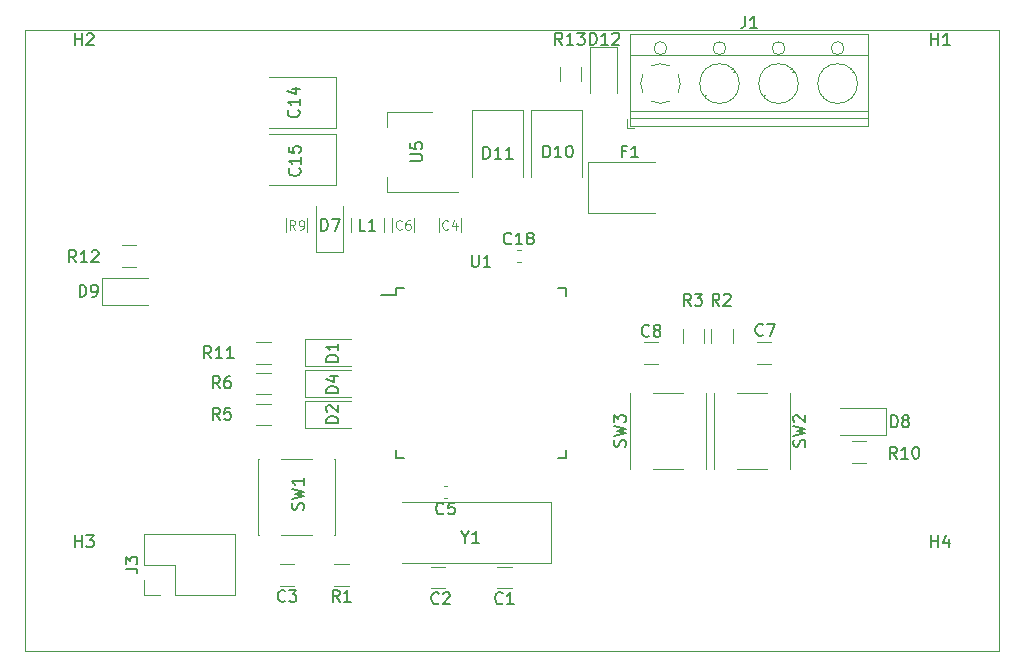
<source format=gbr>
G04 #@! TF.GenerationSoftware,KiCad,Pcbnew,(5.1.0)-1*
G04 #@! TF.CreationDate,2019-06-07T15:42:58+02:00*
G04 #@! TF.ProjectId,DRS,4452532e-6b69-4636-9164-5f7063625858,rev?*
G04 #@! TF.SameCoordinates,Original*
G04 #@! TF.FileFunction,Legend,Top*
G04 #@! TF.FilePolarity,Positive*
%FSLAX46Y46*%
G04 Gerber Fmt 4.6, Leading zero omitted, Abs format (unit mm)*
G04 Created by KiCad (PCBNEW (5.1.0)-1) date 2019-06-07 15:42:58*
%MOMM*%
%LPD*%
G04 APERTURE LIST*
%ADD10C,0.100000*%
%ADD11C,0.120000*%
%ADD12C,0.150000*%
G04 APERTURE END LIST*
D10*
X94000000Y-103500000D02*
X176500000Y-103500000D01*
X94000000Y-51000000D02*
X94000000Y-103500000D01*
X176500000Y-51000000D02*
X94000000Y-51000000D01*
X176500000Y-103500000D02*
X176500000Y-51000000D01*
D11*
X151680000Y-88130000D02*
X151680000Y-81670000D01*
X147150000Y-88130000D02*
X149750000Y-88130000D01*
X145220000Y-88130000D02*
X145220000Y-81670000D01*
X147150000Y-81670000D02*
X149750000Y-81670000D01*
X145250000Y-88130000D02*
X145220000Y-88130000D01*
X151680000Y-88130000D02*
X151650000Y-88130000D01*
X151680000Y-81670000D02*
X151650000Y-81670000D01*
X145220000Y-81670000D02*
X145250000Y-81670000D01*
X135202064Y-98210000D02*
X133997936Y-98210000D01*
X135202064Y-96390000D02*
X133997936Y-96390000D01*
X128397936Y-98210000D02*
X129602064Y-98210000D01*
X128397936Y-96390000D02*
X129602064Y-96390000D01*
X116802064Y-98010000D02*
X115597936Y-98010000D01*
X116802064Y-96190000D02*
X115597936Y-96190000D01*
X130910000Y-68102064D02*
X130910000Y-66897936D01*
X129090000Y-68102064D02*
X129090000Y-66897936D01*
X126910000Y-66897936D02*
X126910000Y-68102064D01*
X125090000Y-66897936D02*
X125090000Y-68102064D01*
X157202064Y-77390000D02*
X155997936Y-77390000D01*
X157202064Y-79210000D02*
X155997936Y-79210000D01*
X146397936Y-79210000D02*
X147602064Y-79210000D01*
X146397936Y-77390000D02*
X147602064Y-77390000D01*
X120350000Y-59250000D02*
X114650000Y-59250000D01*
X120350000Y-54950000D02*
X114650000Y-54950000D01*
X120350000Y-59250000D02*
X120350000Y-54950000D01*
X120350000Y-64050000D02*
X114650000Y-64050000D01*
X120350000Y-59750000D02*
X114650000Y-59750000D01*
X120350000Y-64050000D02*
X120350000Y-59750000D01*
X121600000Y-77165000D02*
X117715000Y-77165000D01*
X117715000Y-77165000D02*
X117715000Y-79435000D01*
X117715000Y-79435000D02*
X121600000Y-79435000D01*
X117715000Y-84635000D02*
X121600000Y-84635000D01*
X117715000Y-82365000D02*
X117715000Y-84635000D01*
X121600000Y-82365000D02*
X117715000Y-82365000D01*
X121600000Y-79765000D02*
X117715000Y-79765000D01*
X117715000Y-79765000D02*
X117715000Y-82035000D01*
X117715000Y-82035000D02*
X121600000Y-82035000D01*
X120935000Y-69785000D02*
X120935000Y-65900000D01*
X118665000Y-69785000D02*
X120935000Y-69785000D01*
X118665000Y-65900000D02*
X118665000Y-69785000D01*
X163000000Y-85235000D02*
X166885000Y-85235000D01*
X166885000Y-85235000D02*
X166885000Y-82965000D01*
X166885000Y-82965000D02*
X163000000Y-82965000D01*
X100515000Y-74235000D02*
X104400000Y-74235000D01*
X100515000Y-71965000D02*
X100515000Y-74235000D01*
X104400000Y-71965000D02*
X100515000Y-71965000D01*
X141150000Y-57750000D02*
X136850000Y-57750000D01*
X136850000Y-57750000D02*
X136850000Y-63450000D01*
X141150000Y-57750000D02*
X141150000Y-63450000D01*
X136150000Y-57750000D02*
X136150000Y-63450000D01*
X131850000Y-57750000D02*
X131850000Y-63450000D01*
X136150000Y-57750000D02*
X131850000Y-57750000D01*
X144135000Y-56300000D02*
X144135000Y-52415000D01*
X144135000Y-52415000D02*
X141865000Y-52415000D01*
X141865000Y-52415000D02*
X141865000Y-56300000D01*
X141650000Y-62150000D02*
X141650000Y-66450000D01*
X141650000Y-66450000D02*
X147350000Y-66450000D01*
X141650000Y-62150000D02*
X147350000Y-62150000D01*
X148588712Y-56983352D02*
G75*
G02X147800000Y-57180000I-788712J1483352D01*
G01*
X149283953Y-54710912D02*
G75*
G02X149284000Y-56289000I-1483953J-789088D01*
G01*
X147010912Y-54016047D02*
G75*
G02X148589000Y-54016000I789088J-1483953D01*
G01*
X146316047Y-56289088D02*
G75*
G02X146316000Y-54711000I1483953J789088D01*
G01*
X147829383Y-57180450D02*
G75*
G02X147011000Y-56984000I-29383J1680450D01*
G01*
X148350000Y-52500000D02*
G75*
G03X148350000Y-52500000I-550000J0D01*
G01*
X154480000Y-55500000D02*
G75*
G03X154480000Y-55500000I-1680000J0D01*
G01*
X153350000Y-52500000D02*
G75*
G03X153350000Y-52500000I-550000J0D01*
G01*
X159480000Y-55500000D02*
G75*
G03X159480000Y-55500000I-1680000J0D01*
G01*
X158350000Y-52500000D02*
G75*
G03X158350000Y-52500000I-550000J0D01*
G01*
X164480000Y-55500000D02*
G75*
G03X164480000Y-55500000I-1680000J0D01*
G01*
X163350000Y-52500000D02*
G75*
G03X163350000Y-52500000I-550000J0D01*
G01*
X145240000Y-58400000D02*
X165361000Y-58400000D01*
X145240000Y-57800000D02*
X165361000Y-57800000D01*
X145240000Y-53100000D02*
X165361000Y-53100000D01*
X145240000Y-51340000D02*
X165361000Y-51340000D01*
X145240000Y-59061000D02*
X165361000Y-59061000D01*
X145240000Y-51340000D02*
X145240000Y-59061000D01*
X165361000Y-51340000D02*
X165361000Y-59061000D01*
X154075000Y-54431000D02*
X153981000Y-54524000D01*
X151790000Y-56716000D02*
X151731000Y-56774000D01*
X153870000Y-54225000D02*
X153811000Y-54284000D01*
X151620000Y-56476000D02*
X151526000Y-56569000D01*
X159075000Y-54431000D02*
X158981000Y-54524000D01*
X156790000Y-56716000D02*
X156731000Y-56774000D01*
X158870000Y-54225000D02*
X158811000Y-54284000D01*
X156620000Y-56476000D02*
X156526000Y-56569000D01*
X164075000Y-54431000D02*
X163981000Y-54524000D01*
X161790000Y-56716000D02*
X161731000Y-56774000D01*
X163870000Y-54225000D02*
X163811000Y-54284000D01*
X161620000Y-56476000D02*
X161526000Y-56569000D01*
X145000000Y-58460000D02*
X145000000Y-59300000D01*
X145000000Y-59300000D02*
X145600000Y-59300000D01*
X111810000Y-98830000D02*
X111810000Y-93630000D01*
X106670000Y-98830000D02*
X111810000Y-98830000D01*
X104070000Y-93630000D02*
X111810000Y-93630000D01*
X106670000Y-98830000D02*
X106670000Y-96230000D01*
X106670000Y-96230000D02*
X104070000Y-96230000D01*
X104070000Y-96230000D02*
X104070000Y-93630000D01*
X105400000Y-98830000D02*
X104070000Y-98830000D01*
X104070000Y-98830000D02*
X104070000Y-97500000D01*
X121402064Y-98010000D02*
X120197936Y-98010000D01*
X121402064Y-96190000D02*
X120197936Y-96190000D01*
X152090000Y-76297936D02*
X152090000Y-77502064D01*
X153910000Y-76297936D02*
X153910000Y-77502064D01*
X151510000Y-76297936D02*
X151510000Y-77502064D01*
X149690000Y-76297936D02*
X149690000Y-77502064D01*
X114802064Y-84410000D02*
X113597936Y-84410000D01*
X114802064Y-82590000D02*
X113597936Y-82590000D01*
X114802064Y-79990000D02*
X113597936Y-79990000D01*
X114802064Y-81810000D02*
X113597936Y-81810000D01*
X117910000Y-68102064D02*
X117910000Y-66897936D01*
X116090000Y-68102064D02*
X116090000Y-66897936D01*
X165202064Y-87610000D02*
X163997936Y-87610000D01*
X165202064Y-85790000D02*
X163997936Y-85790000D01*
X114802064Y-77390000D02*
X113597936Y-77390000D01*
X114802064Y-79210000D02*
X113597936Y-79210000D01*
X102197936Y-71010000D02*
X103402064Y-71010000D01*
X102197936Y-69190000D02*
X103402064Y-69190000D01*
X139290000Y-55302064D02*
X139290000Y-54097936D01*
X141110000Y-55302064D02*
X141110000Y-54097936D01*
D12*
X125425000Y-72825000D02*
X125425000Y-73400000D01*
X139775000Y-72825000D02*
X139775000Y-73500000D01*
X139775000Y-87175000D02*
X139775000Y-86500000D01*
X125425000Y-87175000D02*
X125425000Y-86500000D01*
X125425000Y-72825000D02*
X126100000Y-72825000D01*
X125425000Y-87175000D02*
X126100000Y-87175000D01*
X139775000Y-87175000D02*
X139100000Y-87175000D01*
X139775000Y-72825000D02*
X139100000Y-72825000D01*
X125425000Y-73400000D02*
X124150000Y-73400000D01*
D11*
X124690000Y-57890000D02*
X124690000Y-59150000D01*
X124690000Y-64710000D02*
X124690000Y-63450000D01*
X128450000Y-57890000D02*
X124690000Y-57890000D01*
X130700000Y-64710000D02*
X124690000Y-64710000D01*
X125900000Y-96050000D02*
X138500000Y-96050000D01*
X138500000Y-96050000D02*
X138500000Y-90950000D01*
X138500000Y-90950000D02*
X125900000Y-90950000D01*
X124360000Y-66897936D02*
X124360000Y-68102064D01*
X121640000Y-66897936D02*
X121640000Y-68102064D01*
X113770000Y-87270000D02*
X113800000Y-87270000D01*
X120230000Y-87270000D02*
X120200000Y-87270000D01*
X120230000Y-93730000D02*
X120200000Y-93730000D01*
X113800000Y-93730000D02*
X113770000Y-93730000D01*
X115700000Y-87270000D02*
X118300000Y-87270000D01*
X113770000Y-93730000D02*
X113770000Y-87270000D01*
X115700000Y-93730000D02*
X118300000Y-93730000D01*
X120230000Y-93730000D02*
X120230000Y-87270000D01*
X158780000Y-88130000D02*
X158750000Y-88130000D01*
X152320000Y-88130000D02*
X152350000Y-88130000D01*
X152320000Y-81670000D02*
X152350000Y-81670000D01*
X158750000Y-81670000D02*
X158780000Y-81670000D01*
X156850000Y-88130000D02*
X154250000Y-88130000D01*
X158780000Y-81670000D02*
X158780000Y-88130000D01*
X156850000Y-81670000D02*
X154250000Y-81670000D01*
X152320000Y-81670000D02*
X152320000Y-88130000D01*
X129762779Y-90610000D02*
X129437221Y-90610000D01*
X129762779Y-89590000D02*
X129437221Y-89590000D01*
X135637221Y-69590000D02*
X135962779Y-69590000D01*
X135637221Y-70610000D02*
X135962779Y-70610000D01*
D12*
X144804761Y-86233333D02*
X144852380Y-86090476D01*
X144852380Y-85852380D01*
X144804761Y-85757142D01*
X144757142Y-85709523D01*
X144661904Y-85661904D01*
X144566666Y-85661904D01*
X144471428Y-85709523D01*
X144423809Y-85757142D01*
X144376190Y-85852380D01*
X144328571Y-86042857D01*
X144280952Y-86138095D01*
X144233333Y-86185714D01*
X144138095Y-86233333D01*
X144042857Y-86233333D01*
X143947619Y-86185714D01*
X143900000Y-86138095D01*
X143852380Y-86042857D01*
X143852380Y-85804761D01*
X143900000Y-85661904D01*
X143852380Y-85328571D02*
X144852380Y-85090476D01*
X144138095Y-84900000D01*
X144852380Y-84709523D01*
X143852380Y-84471428D01*
X143852380Y-84185714D02*
X143852380Y-83566666D01*
X144233333Y-83900000D01*
X144233333Y-83757142D01*
X144280952Y-83661904D01*
X144328571Y-83614285D01*
X144423809Y-83566666D01*
X144661904Y-83566666D01*
X144757142Y-83614285D01*
X144804761Y-83661904D01*
X144852380Y-83757142D01*
X144852380Y-84042857D01*
X144804761Y-84138095D01*
X144757142Y-84185714D01*
X134433333Y-99477142D02*
X134385714Y-99524761D01*
X134242857Y-99572380D01*
X134147619Y-99572380D01*
X134004761Y-99524761D01*
X133909523Y-99429523D01*
X133861904Y-99334285D01*
X133814285Y-99143809D01*
X133814285Y-99000952D01*
X133861904Y-98810476D01*
X133909523Y-98715238D01*
X134004761Y-98620000D01*
X134147619Y-98572380D01*
X134242857Y-98572380D01*
X134385714Y-98620000D01*
X134433333Y-98667619D01*
X135385714Y-99572380D02*
X134814285Y-99572380D01*
X135100000Y-99572380D02*
X135100000Y-98572380D01*
X135004761Y-98715238D01*
X134909523Y-98810476D01*
X134814285Y-98858095D01*
X129036333Y-99483142D02*
X128988714Y-99530761D01*
X128845857Y-99578380D01*
X128750619Y-99578380D01*
X128607761Y-99530761D01*
X128512523Y-99435523D01*
X128464904Y-99340285D01*
X128417285Y-99149809D01*
X128417285Y-99006952D01*
X128464904Y-98816476D01*
X128512523Y-98721238D01*
X128607761Y-98626000D01*
X128750619Y-98578380D01*
X128845857Y-98578380D01*
X128988714Y-98626000D01*
X129036333Y-98673619D01*
X129417285Y-98673619D02*
X129464904Y-98626000D01*
X129560142Y-98578380D01*
X129798238Y-98578380D01*
X129893476Y-98626000D01*
X129941095Y-98673619D01*
X129988714Y-98768857D01*
X129988714Y-98864095D01*
X129941095Y-99006952D01*
X129369666Y-99578380D01*
X129988714Y-99578380D01*
X116033333Y-99277142D02*
X115985714Y-99324761D01*
X115842857Y-99372380D01*
X115747619Y-99372380D01*
X115604761Y-99324761D01*
X115509523Y-99229523D01*
X115461904Y-99134285D01*
X115414285Y-98943809D01*
X115414285Y-98800952D01*
X115461904Y-98610476D01*
X115509523Y-98515238D01*
X115604761Y-98420000D01*
X115747619Y-98372380D01*
X115842857Y-98372380D01*
X115985714Y-98420000D01*
X116033333Y-98467619D01*
X116366666Y-98372380D02*
X116985714Y-98372380D01*
X116652380Y-98753333D01*
X116795238Y-98753333D01*
X116890476Y-98800952D01*
X116938095Y-98848571D01*
X116985714Y-98943809D01*
X116985714Y-99181904D01*
X116938095Y-99277142D01*
X116890476Y-99324761D01*
X116795238Y-99372380D01*
X116509523Y-99372380D01*
X116414285Y-99324761D01*
X116366666Y-99277142D01*
D11*
X129831666Y-67788714D02*
X129793571Y-67826809D01*
X129679285Y-67864904D01*
X129603095Y-67864904D01*
X129488809Y-67826809D01*
X129412619Y-67750619D01*
X129374523Y-67674428D01*
X129336428Y-67522047D01*
X129336428Y-67407761D01*
X129374523Y-67255380D01*
X129412619Y-67179190D01*
X129488809Y-67103000D01*
X129603095Y-67064904D01*
X129679285Y-67064904D01*
X129793571Y-67103000D01*
X129831666Y-67141095D01*
X130517380Y-67331571D02*
X130517380Y-67864904D01*
X130326904Y-67026809D02*
X130136428Y-67598238D01*
X130631666Y-67598238D01*
X125894666Y-67785714D02*
X125856571Y-67823809D01*
X125742285Y-67861904D01*
X125666095Y-67861904D01*
X125551809Y-67823809D01*
X125475619Y-67747619D01*
X125437523Y-67671428D01*
X125399428Y-67519047D01*
X125399428Y-67404761D01*
X125437523Y-67252380D01*
X125475619Y-67176190D01*
X125551809Y-67100000D01*
X125666095Y-67061904D01*
X125742285Y-67061904D01*
X125856571Y-67100000D01*
X125894666Y-67138095D01*
X126580380Y-67061904D02*
X126428000Y-67061904D01*
X126351809Y-67100000D01*
X126313714Y-67138095D01*
X126237523Y-67252380D01*
X126199428Y-67404761D01*
X126199428Y-67709523D01*
X126237523Y-67785714D01*
X126275619Y-67823809D01*
X126351809Y-67861904D01*
X126504190Y-67861904D01*
X126580380Y-67823809D01*
X126618476Y-67785714D01*
X126656571Y-67709523D01*
X126656571Y-67519047D01*
X126618476Y-67442857D01*
X126580380Y-67404761D01*
X126504190Y-67366666D01*
X126351809Y-67366666D01*
X126275619Y-67404761D01*
X126237523Y-67442857D01*
X126199428Y-67519047D01*
D12*
X156468333Y-76750142D02*
X156420714Y-76797761D01*
X156277857Y-76845380D01*
X156182619Y-76845380D01*
X156039761Y-76797761D01*
X155944523Y-76702523D01*
X155896904Y-76607285D01*
X155849285Y-76416809D01*
X155849285Y-76273952D01*
X155896904Y-76083476D01*
X155944523Y-75988238D01*
X156039761Y-75893000D01*
X156182619Y-75845380D01*
X156277857Y-75845380D01*
X156420714Y-75893000D01*
X156468333Y-75940619D01*
X156801666Y-75845380D02*
X157468333Y-75845380D01*
X157039761Y-76845380D01*
X146833333Y-76837142D02*
X146785714Y-76884761D01*
X146642857Y-76932380D01*
X146547619Y-76932380D01*
X146404761Y-76884761D01*
X146309523Y-76789523D01*
X146261904Y-76694285D01*
X146214285Y-76503809D01*
X146214285Y-76360952D01*
X146261904Y-76170476D01*
X146309523Y-76075238D01*
X146404761Y-75980000D01*
X146547619Y-75932380D01*
X146642857Y-75932380D01*
X146785714Y-75980000D01*
X146833333Y-76027619D01*
X147404761Y-76360952D02*
X147309523Y-76313333D01*
X147261904Y-76265714D01*
X147214285Y-76170476D01*
X147214285Y-76122857D01*
X147261904Y-76027619D01*
X147309523Y-75980000D01*
X147404761Y-75932380D01*
X147595238Y-75932380D01*
X147690476Y-75980000D01*
X147738095Y-76027619D01*
X147785714Y-76122857D01*
X147785714Y-76170476D01*
X147738095Y-76265714D01*
X147690476Y-76313333D01*
X147595238Y-76360952D01*
X147404761Y-76360952D01*
X147309523Y-76408571D01*
X147261904Y-76456190D01*
X147214285Y-76551428D01*
X147214285Y-76741904D01*
X147261904Y-76837142D01*
X147309523Y-76884761D01*
X147404761Y-76932380D01*
X147595238Y-76932380D01*
X147690476Y-76884761D01*
X147738095Y-76837142D01*
X147785714Y-76741904D01*
X147785714Y-76551428D01*
X147738095Y-76456190D01*
X147690476Y-76408571D01*
X147595238Y-76360952D01*
X117157142Y-57731857D02*
X117204761Y-57779476D01*
X117252380Y-57922333D01*
X117252380Y-58017571D01*
X117204761Y-58160428D01*
X117109523Y-58255666D01*
X117014285Y-58303285D01*
X116823809Y-58350904D01*
X116680952Y-58350904D01*
X116490476Y-58303285D01*
X116395238Y-58255666D01*
X116300000Y-58160428D01*
X116252380Y-58017571D01*
X116252380Y-57922333D01*
X116300000Y-57779476D01*
X116347619Y-57731857D01*
X117252380Y-56779476D02*
X117252380Y-57350904D01*
X117252380Y-57065190D02*
X116252380Y-57065190D01*
X116395238Y-57160428D01*
X116490476Y-57255666D01*
X116538095Y-57350904D01*
X116585714Y-55922333D02*
X117252380Y-55922333D01*
X116204761Y-56160428D02*
X116919047Y-56398523D01*
X116919047Y-55779476D01*
X117241142Y-62684857D02*
X117288761Y-62732476D01*
X117336380Y-62875333D01*
X117336380Y-62970571D01*
X117288761Y-63113428D01*
X117193523Y-63208666D01*
X117098285Y-63256285D01*
X116907809Y-63303904D01*
X116764952Y-63303904D01*
X116574476Y-63256285D01*
X116479238Y-63208666D01*
X116384000Y-63113428D01*
X116336380Y-62970571D01*
X116336380Y-62875333D01*
X116384000Y-62732476D01*
X116431619Y-62684857D01*
X117336380Y-61732476D02*
X117336380Y-62303904D01*
X117336380Y-62018190D02*
X116336380Y-62018190D01*
X116479238Y-62113428D01*
X116574476Y-62208666D01*
X116622095Y-62303904D01*
X116336380Y-60827714D02*
X116336380Y-61303904D01*
X116812571Y-61351523D01*
X116764952Y-61303904D01*
X116717333Y-61208666D01*
X116717333Y-60970571D01*
X116764952Y-60875333D01*
X116812571Y-60827714D01*
X116907809Y-60780095D01*
X117145904Y-60780095D01*
X117241142Y-60827714D01*
X117288761Y-60875333D01*
X117336380Y-60970571D01*
X117336380Y-61208666D01*
X117288761Y-61303904D01*
X117241142Y-61351523D01*
X120511380Y-79036095D02*
X119511380Y-79036095D01*
X119511380Y-78798000D01*
X119559000Y-78655142D01*
X119654238Y-78559904D01*
X119749476Y-78512285D01*
X119939952Y-78464666D01*
X120082809Y-78464666D01*
X120273285Y-78512285D01*
X120368523Y-78559904D01*
X120463761Y-78655142D01*
X120511380Y-78798000D01*
X120511380Y-79036095D01*
X120511380Y-77512285D02*
X120511380Y-78083714D01*
X120511380Y-77798000D02*
X119511380Y-77798000D01*
X119654238Y-77893238D01*
X119749476Y-77988476D01*
X119797095Y-78083714D01*
X120511380Y-84243095D02*
X119511380Y-84243095D01*
X119511380Y-84005000D01*
X119559000Y-83862142D01*
X119654238Y-83766904D01*
X119749476Y-83719285D01*
X119939952Y-83671666D01*
X120082809Y-83671666D01*
X120273285Y-83719285D01*
X120368523Y-83766904D01*
X120463761Y-83862142D01*
X120511380Y-84005000D01*
X120511380Y-84243095D01*
X119606619Y-83290714D02*
X119559000Y-83243095D01*
X119511380Y-83147857D01*
X119511380Y-82909761D01*
X119559000Y-82814523D01*
X119606619Y-82766904D01*
X119701857Y-82719285D01*
X119797095Y-82719285D01*
X119939952Y-82766904D01*
X120511380Y-83338333D01*
X120511380Y-82719285D01*
X120511380Y-81703095D02*
X119511380Y-81703095D01*
X119511380Y-81465000D01*
X119559000Y-81322142D01*
X119654238Y-81226904D01*
X119749476Y-81179285D01*
X119939952Y-81131666D01*
X120082809Y-81131666D01*
X120273285Y-81179285D01*
X120368523Y-81226904D01*
X120463761Y-81322142D01*
X120511380Y-81465000D01*
X120511380Y-81703095D01*
X119844714Y-80274523D02*
X120511380Y-80274523D01*
X119463761Y-80512619D02*
X120178047Y-80750714D01*
X120178047Y-80131666D01*
X119066904Y-67955380D02*
X119066904Y-66955380D01*
X119305000Y-66955380D01*
X119447857Y-67003000D01*
X119543095Y-67098238D01*
X119590714Y-67193476D01*
X119638333Y-67383952D01*
X119638333Y-67526809D01*
X119590714Y-67717285D01*
X119543095Y-67812523D01*
X119447857Y-67907761D01*
X119305000Y-67955380D01*
X119066904Y-67955380D01*
X119971666Y-66955380D02*
X120638333Y-66955380D01*
X120209761Y-67955380D01*
X167326904Y-84592380D02*
X167326904Y-83592380D01*
X167565000Y-83592380D01*
X167707857Y-83640000D01*
X167803095Y-83735238D01*
X167850714Y-83830476D01*
X167898333Y-84020952D01*
X167898333Y-84163809D01*
X167850714Y-84354285D01*
X167803095Y-84449523D01*
X167707857Y-84544761D01*
X167565000Y-84592380D01*
X167326904Y-84592380D01*
X168469761Y-84020952D02*
X168374523Y-83973333D01*
X168326904Y-83925714D01*
X168279285Y-83830476D01*
X168279285Y-83782857D01*
X168326904Y-83687619D01*
X168374523Y-83640000D01*
X168469761Y-83592380D01*
X168660238Y-83592380D01*
X168755476Y-83640000D01*
X168803095Y-83687619D01*
X168850714Y-83782857D01*
X168850714Y-83830476D01*
X168803095Y-83925714D01*
X168755476Y-83973333D01*
X168660238Y-84020952D01*
X168469761Y-84020952D01*
X168374523Y-84068571D01*
X168326904Y-84116190D01*
X168279285Y-84211428D01*
X168279285Y-84401904D01*
X168326904Y-84497142D01*
X168374523Y-84544761D01*
X168469761Y-84592380D01*
X168660238Y-84592380D01*
X168755476Y-84544761D01*
X168803095Y-84497142D01*
X168850714Y-84401904D01*
X168850714Y-84211428D01*
X168803095Y-84116190D01*
X168755476Y-84068571D01*
X168660238Y-84020952D01*
X98619904Y-73543380D02*
X98619904Y-72543380D01*
X98858000Y-72543380D01*
X99000857Y-72591000D01*
X99096095Y-72686238D01*
X99143714Y-72781476D01*
X99191333Y-72971952D01*
X99191333Y-73114809D01*
X99143714Y-73305285D01*
X99096095Y-73400523D01*
X99000857Y-73495761D01*
X98858000Y-73543380D01*
X98619904Y-73543380D01*
X99667523Y-73543380D02*
X99858000Y-73543380D01*
X99953238Y-73495761D01*
X100000857Y-73448142D01*
X100096095Y-73305285D01*
X100143714Y-73114809D01*
X100143714Y-72733857D01*
X100096095Y-72638619D01*
X100048476Y-72591000D01*
X99953238Y-72543380D01*
X99762761Y-72543380D01*
X99667523Y-72591000D01*
X99619904Y-72638619D01*
X99572285Y-72733857D01*
X99572285Y-72971952D01*
X99619904Y-73067190D01*
X99667523Y-73114809D01*
X99762761Y-73162428D01*
X99953238Y-73162428D01*
X100048476Y-73114809D01*
X100096095Y-73067190D01*
X100143714Y-72971952D01*
X137894714Y-61752380D02*
X137894714Y-60752380D01*
X138132809Y-60752380D01*
X138275666Y-60800000D01*
X138370904Y-60895238D01*
X138418523Y-60990476D01*
X138466142Y-61180952D01*
X138466142Y-61323809D01*
X138418523Y-61514285D01*
X138370904Y-61609523D01*
X138275666Y-61704761D01*
X138132809Y-61752380D01*
X137894714Y-61752380D01*
X139418523Y-61752380D02*
X138847095Y-61752380D01*
X139132809Y-61752380D02*
X139132809Y-60752380D01*
X139037571Y-60895238D01*
X138942333Y-60990476D01*
X138847095Y-61038095D01*
X140037571Y-60752380D02*
X140132809Y-60752380D01*
X140228047Y-60800000D01*
X140275666Y-60847619D01*
X140323285Y-60942857D01*
X140370904Y-61133333D01*
X140370904Y-61371428D01*
X140323285Y-61561904D01*
X140275666Y-61657142D01*
X140228047Y-61704761D01*
X140132809Y-61752380D01*
X140037571Y-61752380D01*
X139942333Y-61704761D01*
X139894714Y-61657142D01*
X139847095Y-61561904D01*
X139799476Y-61371428D01*
X139799476Y-61133333D01*
X139847095Y-60942857D01*
X139894714Y-60847619D01*
X139942333Y-60800000D01*
X140037571Y-60752380D01*
X132814714Y-61859380D02*
X132814714Y-60859380D01*
X133052809Y-60859380D01*
X133195666Y-60907000D01*
X133290904Y-61002238D01*
X133338523Y-61097476D01*
X133386142Y-61287952D01*
X133386142Y-61430809D01*
X133338523Y-61621285D01*
X133290904Y-61716523D01*
X133195666Y-61811761D01*
X133052809Y-61859380D01*
X132814714Y-61859380D01*
X134338523Y-61859380D02*
X133767095Y-61859380D01*
X134052809Y-61859380D02*
X134052809Y-60859380D01*
X133957571Y-61002238D01*
X133862333Y-61097476D01*
X133767095Y-61145095D01*
X135290904Y-61859380D02*
X134719476Y-61859380D01*
X135005190Y-61859380D02*
X135005190Y-60859380D01*
X134909952Y-61002238D01*
X134814714Y-61097476D01*
X134719476Y-61145095D01*
X141831714Y-52207380D02*
X141831714Y-51207380D01*
X142069809Y-51207380D01*
X142212666Y-51255000D01*
X142307904Y-51350238D01*
X142355523Y-51445476D01*
X142403142Y-51635952D01*
X142403142Y-51778809D01*
X142355523Y-51969285D01*
X142307904Y-52064523D01*
X142212666Y-52159761D01*
X142069809Y-52207380D01*
X141831714Y-52207380D01*
X143355523Y-52207380D02*
X142784095Y-52207380D01*
X143069809Y-52207380D02*
X143069809Y-51207380D01*
X142974571Y-51350238D01*
X142879333Y-51445476D01*
X142784095Y-51493095D01*
X143736476Y-51302619D02*
X143784095Y-51255000D01*
X143879333Y-51207380D01*
X144117428Y-51207380D01*
X144212666Y-51255000D01*
X144260285Y-51302619D01*
X144307904Y-51397857D01*
X144307904Y-51493095D01*
X144260285Y-51635952D01*
X143688857Y-52207380D01*
X144307904Y-52207380D01*
X144866666Y-61228571D02*
X144533333Y-61228571D01*
X144533333Y-61752380D02*
X144533333Y-60752380D01*
X145009523Y-60752380D01*
X145914285Y-61752380D02*
X145342857Y-61752380D01*
X145628571Y-61752380D02*
X145628571Y-60752380D01*
X145533333Y-60895238D01*
X145438095Y-60990476D01*
X145342857Y-61038095D01*
X154966666Y-49792380D02*
X154966666Y-50506666D01*
X154919047Y-50649523D01*
X154823809Y-50744761D01*
X154680952Y-50792380D01*
X154585714Y-50792380D01*
X155966666Y-50792380D02*
X155395238Y-50792380D01*
X155680952Y-50792380D02*
X155680952Y-49792380D01*
X155585714Y-49935238D01*
X155490476Y-50030476D01*
X155395238Y-50078095D01*
X102522380Y-96563333D02*
X103236666Y-96563333D01*
X103379523Y-96610952D01*
X103474761Y-96706190D01*
X103522380Y-96849047D01*
X103522380Y-96944285D01*
X102522380Y-96182380D02*
X102522380Y-95563333D01*
X102903333Y-95896666D01*
X102903333Y-95753809D01*
X102950952Y-95658571D01*
X102998571Y-95610952D01*
X103093809Y-95563333D01*
X103331904Y-95563333D01*
X103427142Y-95610952D01*
X103474761Y-95658571D01*
X103522380Y-95753809D01*
X103522380Y-96039523D01*
X103474761Y-96134761D01*
X103427142Y-96182380D01*
X120633333Y-99372380D02*
X120300000Y-98896190D01*
X120061904Y-99372380D02*
X120061904Y-98372380D01*
X120442857Y-98372380D01*
X120538095Y-98420000D01*
X120585714Y-98467619D01*
X120633333Y-98562857D01*
X120633333Y-98705714D01*
X120585714Y-98800952D01*
X120538095Y-98848571D01*
X120442857Y-98896190D01*
X120061904Y-98896190D01*
X121585714Y-99372380D02*
X121014285Y-99372380D01*
X121300000Y-99372380D02*
X121300000Y-98372380D01*
X121204761Y-98515238D01*
X121109523Y-98610476D01*
X121014285Y-98658095D01*
X152785333Y-74305380D02*
X152452000Y-73829190D01*
X152213904Y-74305380D02*
X152213904Y-73305380D01*
X152594857Y-73305380D01*
X152690095Y-73353000D01*
X152737714Y-73400619D01*
X152785333Y-73495857D01*
X152785333Y-73638714D01*
X152737714Y-73733952D01*
X152690095Y-73781571D01*
X152594857Y-73829190D01*
X152213904Y-73829190D01*
X153166285Y-73400619D02*
X153213904Y-73353000D01*
X153309142Y-73305380D01*
X153547238Y-73305380D01*
X153642476Y-73353000D01*
X153690095Y-73400619D01*
X153737714Y-73495857D01*
X153737714Y-73591095D01*
X153690095Y-73733952D01*
X153118666Y-74305380D01*
X153737714Y-74305380D01*
X150372333Y-74305380D02*
X150039000Y-73829190D01*
X149800904Y-74305380D02*
X149800904Y-73305380D01*
X150181857Y-73305380D01*
X150277095Y-73353000D01*
X150324714Y-73400619D01*
X150372333Y-73495857D01*
X150372333Y-73638714D01*
X150324714Y-73733952D01*
X150277095Y-73781571D01*
X150181857Y-73829190D01*
X149800904Y-73829190D01*
X150705666Y-73305380D02*
X151324714Y-73305380D01*
X150991380Y-73686333D01*
X151134238Y-73686333D01*
X151229476Y-73733952D01*
X151277095Y-73781571D01*
X151324714Y-73876809D01*
X151324714Y-74114904D01*
X151277095Y-74210142D01*
X151229476Y-74257761D01*
X151134238Y-74305380D01*
X150848523Y-74305380D01*
X150753285Y-74257761D01*
X150705666Y-74210142D01*
X110494333Y-83957380D02*
X110161000Y-83481190D01*
X109922904Y-83957380D02*
X109922904Y-82957380D01*
X110303857Y-82957380D01*
X110399095Y-83005000D01*
X110446714Y-83052619D01*
X110494333Y-83147857D01*
X110494333Y-83290714D01*
X110446714Y-83385952D01*
X110399095Y-83433571D01*
X110303857Y-83481190D01*
X109922904Y-83481190D01*
X111399095Y-82957380D02*
X110922904Y-82957380D01*
X110875285Y-83433571D01*
X110922904Y-83385952D01*
X111018142Y-83338333D01*
X111256238Y-83338333D01*
X111351476Y-83385952D01*
X111399095Y-83433571D01*
X111446714Y-83528809D01*
X111446714Y-83766904D01*
X111399095Y-83862142D01*
X111351476Y-83909761D01*
X111256238Y-83957380D01*
X111018142Y-83957380D01*
X110922904Y-83909761D01*
X110875285Y-83862142D01*
X110494333Y-81290380D02*
X110161000Y-80814190D01*
X109922904Y-81290380D02*
X109922904Y-80290380D01*
X110303857Y-80290380D01*
X110399095Y-80338000D01*
X110446714Y-80385619D01*
X110494333Y-80480857D01*
X110494333Y-80623714D01*
X110446714Y-80718952D01*
X110399095Y-80766571D01*
X110303857Y-80814190D01*
X109922904Y-80814190D01*
X111351476Y-80290380D02*
X111161000Y-80290380D01*
X111065761Y-80338000D01*
X111018142Y-80385619D01*
X110922904Y-80528476D01*
X110875285Y-80718952D01*
X110875285Y-81099904D01*
X110922904Y-81195142D01*
X110970523Y-81242761D01*
X111065761Y-81290380D01*
X111256238Y-81290380D01*
X111351476Y-81242761D01*
X111399095Y-81195142D01*
X111446714Y-81099904D01*
X111446714Y-80861809D01*
X111399095Y-80766571D01*
X111351476Y-80718952D01*
X111256238Y-80671333D01*
X111065761Y-80671333D01*
X110970523Y-80718952D01*
X110922904Y-80766571D01*
X110875285Y-80861809D01*
D11*
X116877666Y-67864904D02*
X116611000Y-67483952D01*
X116420523Y-67864904D02*
X116420523Y-67064904D01*
X116725285Y-67064904D01*
X116801476Y-67103000D01*
X116839571Y-67141095D01*
X116877666Y-67217285D01*
X116877666Y-67331571D01*
X116839571Y-67407761D01*
X116801476Y-67445857D01*
X116725285Y-67483952D01*
X116420523Y-67483952D01*
X117258619Y-67864904D02*
X117411000Y-67864904D01*
X117487190Y-67826809D01*
X117525285Y-67788714D01*
X117601476Y-67674428D01*
X117639571Y-67522047D01*
X117639571Y-67217285D01*
X117601476Y-67141095D01*
X117563380Y-67103000D01*
X117487190Y-67064904D01*
X117334809Y-67064904D01*
X117258619Y-67103000D01*
X117220523Y-67141095D01*
X117182428Y-67217285D01*
X117182428Y-67407761D01*
X117220523Y-67483952D01*
X117258619Y-67522047D01*
X117334809Y-67560142D01*
X117487190Y-67560142D01*
X117563380Y-67522047D01*
X117601476Y-67483952D01*
X117639571Y-67407761D01*
D12*
X167803142Y-87259380D02*
X167469809Y-86783190D01*
X167231714Y-87259380D02*
X167231714Y-86259380D01*
X167612666Y-86259380D01*
X167707904Y-86307000D01*
X167755523Y-86354619D01*
X167803142Y-86449857D01*
X167803142Y-86592714D01*
X167755523Y-86687952D01*
X167707904Y-86735571D01*
X167612666Y-86783190D01*
X167231714Y-86783190D01*
X168755523Y-87259380D02*
X168184095Y-87259380D01*
X168469809Y-87259380D02*
X168469809Y-86259380D01*
X168374571Y-86402238D01*
X168279333Y-86497476D01*
X168184095Y-86545095D01*
X169374571Y-86259380D02*
X169469809Y-86259380D01*
X169565047Y-86307000D01*
X169612666Y-86354619D01*
X169660285Y-86449857D01*
X169707904Y-86640333D01*
X169707904Y-86878428D01*
X169660285Y-87068904D01*
X169612666Y-87164142D01*
X169565047Y-87211761D01*
X169469809Y-87259380D01*
X169374571Y-87259380D01*
X169279333Y-87211761D01*
X169231714Y-87164142D01*
X169184095Y-87068904D01*
X169136476Y-86878428D01*
X169136476Y-86640333D01*
X169184095Y-86449857D01*
X169231714Y-86354619D01*
X169279333Y-86307000D01*
X169374571Y-86259380D01*
X109764142Y-78750380D02*
X109430809Y-78274190D01*
X109192714Y-78750380D02*
X109192714Y-77750380D01*
X109573666Y-77750380D01*
X109668904Y-77798000D01*
X109716523Y-77845619D01*
X109764142Y-77940857D01*
X109764142Y-78083714D01*
X109716523Y-78178952D01*
X109668904Y-78226571D01*
X109573666Y-78274190D01*
X109192714Y-78274190D01*
X110716523Y-78750380D02*
X110145095Y-78750380D01*
X110430809Y-78750380D02*
X110430809Y-77750380D01*
X110335571Y-77893238D01*
X110240333Y-77988476D01*
X110145095Y-78036095D01*
X111668904Y-78750380D02*
X111097476Y-78750380D01*
X111383190Y-78750380D02*
X111383190Y-77750380D01*
X111287952Y-77893238D01*
X111192714Y-77988476D01*
X111097476Y-78036095D01*
X98334142Y-70622380D02*
X98000809Y-70146190D01*
X97762714Y-70622380D02*
X97762714Y-69622380D01*
X98143666Y-69622380D01*
X98238904Y-69670000D01*
X98286523Y-69717619D01*
X98334142Y-69812857D01*
X98334142Y-69955714D01*
X98286523Y-70050952D01*
X98238904Y-70098571D01*
X98143666Y-70146190D01*
X97762714Y-70146190D01*
X99286523Y-70622380D02*
X98715095Y-70622380D01*
X99000809Y-70622380D02*
X99000809Y-69622380D01*
X98905571Y-69765238D01*
X98810333Y-69860476D01*
X98715095Y-69908095D01*
X99667476Y-69717619D02*
X99715095Y-69670000D01*
X99810333Y-69622380D01*
X100048428Y-69622380D01*
X100143666Y-69670000D01*
X100191285Y-69717619D01*
X100238904Y-69812857D01*
X100238904Y-69908095D01*
X100191285Y-70050952D01*
X99619857Y-70622380D01*
X100238904Y-70622380D01*
X139482142Y-52207380D02*
X139148809Y-51731190D01*
X138910714Y-52207380D02*
X138910714Y-51207380D01*
X139291666Y-51207380D01*
X139386904Y-51255000D01*
X139434523Y-51302619D01*
X139482142Y-51397857D01*
X139482142Y-51540714D01*
X139434523Y-51635952D01*
X139386904Y-51683571D01*
X139291666Y-51731190D01*
X138910714Y-51731190D01*
X140434523Y-52207380D02*
X139863095Y-52207380D01*
X140148809Y-52207380D02*
X140148809Y-51207380D01*
X140053571Y-51350238D01*
X139958333Y-51445476D01*
X139863095Y-51493095D01*
X140767857Y-51207380D02*
X141386904Y-51207380D01*
X141053571Y-51588333D01*
X141196428Y-51588333D01*
X141291666Y-51635952D01*
X141339285Y-51683571D01*
X141386904Y-51778809D01*
X141386904Y-52016904D01*
X141339285Y-52112142D01*
X141291666Y-52159761D01*
X141196428Y-52207380D01*
X140910714Y-52207380D01*
X140815476Y-52159761D01*
X140767857Y-52112142D01*
X131838095Y-70002380D02*
X131838095Y-70811904D01*
X131885714Y-70907142D01*
X131933333Y-70954761D01*
X132028571Y-71002380D01*
X132219047Y-71002380D01*
X132314285Y-70954761D01*
X132361904Y-70907142D01*
X132409523Y-70811904D01*
X132409523Y-70002380D01*
X133409523Y-71002380D02*
X132838095Y-71002380D01*
X133123809Y-71002380D02*
X133123809Y-70002380D01*
X133028571Y-70145238D01*
X132933333Y-70240476D01*
X132838095Y-70288095D01*
X126623380Y-62041904D02*
X127432904Y-62041904D01*
X127528142Y-61994285D01*
X127575761Y-61946666D01*
X127623380Y-61851428D01*
X127623380Y-61660952D01*
X127575761Y-61565714D01*
X127528142Y-61518095D01*
X127432904Y-61470476D01*
X126623380Y-61470476D01*
X126623380Y-60518095D02*
X126623380Y-60994285D01*
X127099571Y-61041904D01*
X127051952Y-60994285D01*
X127004333Y-60899047D01*
X127004333Y-60660952D01*
X127051952Y-60565714D01*
X127099571Y-60518095D01*
X127194809Y-60470476D01*
X127432904Y-60470476D01*
X127528142Y-60518095D01*
X127575761Y-60565714D01*
X127623380Y-60660952D01*
X127623380Y-60899047D01*
X127575761Y-60994285D01*
X127528142Y-61041904D01*
X131266809Y-93895190D02*
X131266809Y-94371380D01*
X130933476Y-93371380D02*
X131266809Y-93895190D01*
X131600142Y-93371380D01*
X132457285Y-94371380D02*
X131885857Y-94371380D01*
X132171571Y-94371380D02*
X132171571Y-93371380D01*
X132076333Y-93514238D01*
X131981095Y-93609476D01*
X131885857Y-93657095D01*
X122813333Y-67955380D02*
X122337142Y-67955380D01*
X122337142Y-66955380D01*
X123670476Y-67955380D02*
X123099047Y-67955380D01*
X123384761Y-67955380D02*
X123384761Y-66955380D01*
X123289523Y-67098238D01*
X123194285Y-67193476D01*
X123099047Y-67241095D01*
X117542761Y-91569333D02*
X117590380Y-91426476D01*
X117590380Y-91188380D01*
X117542761Y-91093142D01*
X117495142Y-91045523D01*
X117399904Y-90997904D01*
X117304666Y-90997904D01*
X117209428Y-91045523D01*
X117161809Y-91093142D01*
X117114190Y-91188380D01*
X117066571Y-91378857D01*
X117018952Y-91474095D01*
X116971333Y-91521714D01*
X116876095Y-91569333D01*
X116780857Y-91569333D01*
X116685619Y-91521714D01*
X116638000Y-91474095D01*
X116590380Y-91378857D01*
X116590380Y-91140761D01*
X116638000Y-90997904D01*
X116590380Y-90664571D02*
X117590380Y-90426476D01*
X116876095Y-90236000D01*
X117590380Y-90045523D01*
X116590380Y-89807428D01*
X117590380Y-88902666D02*
X117590380Y-89474095D01*
X117590380Y-89188380D02*
X116590380Y-89188380D01*
X116733238Y-89283619D01*
X116828476Y-89378857D01*
X116876095Y-89474095D01*
X160004761Y-86233333D02*
X160052380Y-86090476D01*
X160052380Y-85852380D01*
X160004761Y-85757142D01*
X159957142Y-85709523D01*
X159861904Y-85661904D01*
X159766666Y-85661904D01*
X159671428Y-85709523D01*
X159623809Y-85757142D01*
X159576190Y-85852380D01*
X159528571Y-86042857D01*
X159480952Y-86138095D01*
X159433333Y-86185714D01*
X159338095Y-86233333D01*
X159242857Y-86233333D01*
X159147619Y-86185714D01*
X159100000Y-86138095D01*
X159052380Y-86042857D01*
X159052380Y-85804761D01*
X159100000Y-85661904D01*
X159052380Y-85328571D02*
X160052380Y-85090476D01*
X159338095Y-84900000D01*
X160052380Y-84709523D01*
X159052380Y-84471428D01*
X159147619Y-84138095D02*
X159100000Y-84090476D01*
X159052380Y-83995238D01*
X159052380Y-83757142D01*
X159100000Y-83661904D01*
X159147619Y-83614285D01*
X159242857Y-83566666D01*
X159338095Y-83566666D01*
X159480952Y-83614285D01*
X160052380Y-84185714D01*
X160052380Y-83566666D01*
X129433333Y-91887142D02*
X129385714Y-91934761D01*
X129242857Y-91982380D01*
X129147619Y-91982380D01*
X129004761Y-91934761D01*
X128909523Y-91839523D01*
X128861904Y-91744285D01*
X128814285Y-91553809D01*
X128814285Y-91410952D01*
X128861904Y-91220476D01*
X128909523Y-91125238D01*
X129004761Y-91030000D01*
X129147619Y-90982380D01*
X129242857Y-90982380D01*
X129385714Y-91030000D01*
X129433333Y-91077619D01*
X130338095Y-90982380D02*
X129861904Y-90982380D01*
X129814285Y-91458571D01*
X129861904Y-91410952D01*
X129957142Y-91363333D01*
X130195238Y-91363333D01*
X130290476Y-91410952D01*
X130338095Y-91458571D01*
X130385714Y-91553809D01*
X130385714Y-91791904D01*
X130338095Y-91887142D01*
X130290476Y-91934761D01*
X130195238Y-91982380D01*
X129957142Y-91982380D01*
X129861904Y-91934761D01*
X129814285Y-91887142D01*
X135157142Y-69027142D02*
X135109523Y-69074761D01*
X134966666Y-69122380D01*
X134871428Y-69122380D01*
X134728571Y-69074761D01*
X134633333Y-68979523D01*
X134585714Y-68884285D01*
X134538095Y-68693809D01*
X134538095Y-68550952D01*
X134585714Y-68360476D01*
X134633333Y-68265238D01*
X134728571Y-68170000D01*
X134871428Y-68122380D01*
X134966666Y-68122380D01*
X135109523Y-68170000D01*
X135157142Y-68217619D01*
X136109523Y-69122380D02*
X135538095Y-69122380D01*
X135823809Y-69122380D02*
X135823809Y-68122380D01*
X135728571Y-68265238D01*
X135633333Y-68360476D01*
X135538095Y-68408095D01*
X136680952Y-68550952D02*
X136585714Y-68503333D01*
X136538095Y-68455714D01*
X136490476Y-68360476D01*
X136490476Y-68312857D01*
X136538095Y-68217619D01*
X136585714Y-68170000D01*
X136680952Y-68122380D01*
X136871428Y-68122380D01*
X136966666Y-68170000D01*
X137014285Y-68217619D01*
X137061904Y-68312857D01*
X137061904Y-68360476D01*
X137014285Y-68455714D01*
X136966666Y-68503333D01*
X136871428Y-68550952D01*
X136680952Y-68550952D01*
X136585714Y-68598571D01*
X136538095Y-68646190D01*
X136490476Y-68741428D01*
X136490476Y-68931904D01*
X136538095Y-69027142D01*
X136585714Y-69074761D01*
X136680952Y-69122380D01*
X136871428Y-69122380D01*
X136966666Y-69074761D01*
X137014285Y-69027142D01*
X137061904Y-68931904D01*
X137061904Y-68741428D01*
X137014285Y-68646190D01*
X136966666Y-68598571D01*
X136871428Y-68550952D01*
X170738095Y-52252380D02*
X170738095Y-51252380D01*
X170738095Y-51728571D02*
X171309523Y-51728571D01*
X171309523Y-52252380D02*
X171309523Y-51252380D01*
X172309523Y-52252380D02*
X171738095Y-52252380D01*
X172023809Y-52252380D02*
X172023809Y-51252380D01*
X171928571Y-51395238D01*
X171833333Y-51490476D01*
X171738095Y-51538095D01*
X98238095Y-52252380D02*
X98238095Y-51252380D01*
X98238095Y-51728571D02*
X98809523Y-51728571D01*
X98809523Y-52252380D02*
X98809523Y-51252380D01*
X99238095Y-51347619D02*
X99285714Y-51300000D01*
X99380952Y-51252380D01*
X99619047Y-51252380D01*
X99714285Y-51300000D01*
X99761904Y-51347619D01*
X99809523Y-51442857D01*
X99809523Y-51538095D01*
X99761904Y-51680952D01*
X99190476Y-52252380D01*
X99809523Y-52252380D01*
X98238095Y-94752380D02*
X98238095Y-93752380D01*
X98238095Y-94228571D02*
X98809523Y-94228571D01*
X98809523Y-94752380D02*
X98809523Y-93752380D01*
X99190476Y-93752380D02*
X99809523Y-93752380D01*
X99476190Y-94133333D01*
X99619047Y-94133333D01*
X99714285Y-94180952D01*
X99761904Y-94228571D01*
X99809523Y-94323809D01*
X99809523Y-94561904D01*
X99761904Y-94657142D01*
X99714285Y-94704761D01*
X99619047Y-94752380D01*
X99333333Y-94752380D01*
X99238095Y-94704761D01*
X99190476Y-94657142D01*
X170738095Y-94752380D02*
X170738095Y-93752380D01*
X170738095Y-94228571D02*
X171309523Y-94228571D01*
X171309523Y-94752380D02*
X171309523Y-93752380D01*
X172214285Y-94085714D02*
X172214285Y-94752380D01*
X171976190Y-93704761D02*
X171738095Y-94419047D01*
X172357142Y-94419047D01*
M02*

</source>
